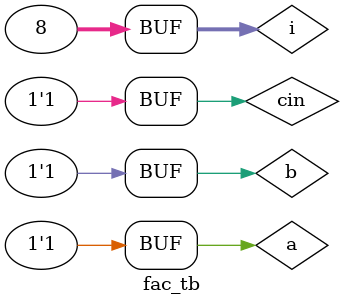
<source format=v>
module fac(
  input a, b ,cin,
  output s, cout
);

assign {cout, s} = a + b + cin;

endmodule

module fac_tb;
  reg a, b, cin;
  wire s, cout;
  
  fac fac_i(
    .a(a),
    .b(b),
    .cin(cin),
    .s(s),
    .cout(cout)
  );
  
  integer i;
  
  initial begin
    
    {a, b, cin} = 0; 

    $display("Time\ta\tb\tcin\ts\tcout\t");
    $monitor("%0t\t%b\t%b\t%b\t%b\t%b\t", $time, a, b, cin, s, cout);
    
    for(i=0; i<8; i=i+1)
        #10 {a, b, cin} = i;
        #20;
  end
    
endmodule
</source>
